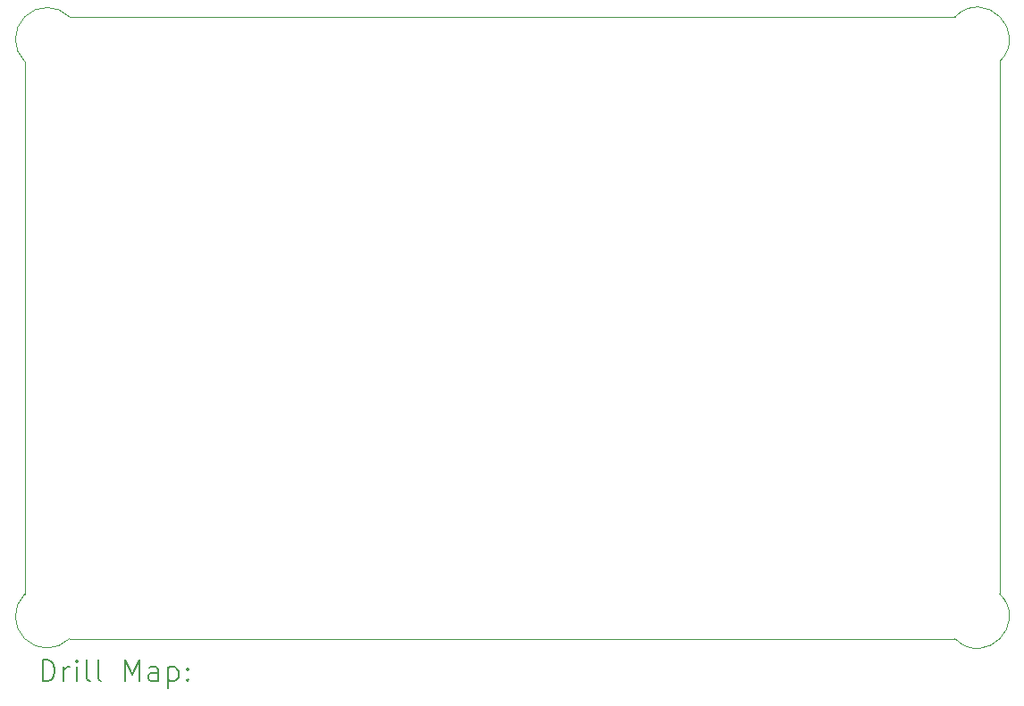
<source format=gbr>
%TF.GenerationSoftware,KiCad,Pcbnew,9.0.0*%
%TF.CreationDate,2025-04-02T18:04:12+02:00*%
%TF.ProjectId,CapyPower,43617079-506f-4776-9572-2e6b69636164,rev?*%
%TF.SameCoordinates,Original*%
%TF.FileFunction,Drillmap*%
%TF.FilePolarity,Positive*%
%FSLAX45Y45*%
G04 Gerber Fmt 4.5, Leading zero omitted, Abs format (unit mm)*
G04 Created by KiCad (PCBNEW 9.0.0) date 2025-04-02 18:04:12*
%MOMM*%
%LPD*%
G01*
G04 APERTURE LIST*
%ADD10C,0.050000*%
%ADD11C,0.200000*%
G04 APERTURE END LIST*
D10*
X6149264Y-9950000D02*
G75*
G02*
X5725000Y-9525736I-212132J212132D01*
G01*
X14965000Y-9525736D02*
G75*
G02*
X14540736Y-9950000I-212132J-212132D01*
G01*
X5725000Y-4474264D02*
G75*
G02*
X6149264Y-4050000I212132J212132D01*
G01*
X14540736Y-4050000D02*
G75*
G02*
X14965000Y-4474264I212132J-212132D01*
G01*
X5725000Y-4474264D02*
X5725000Y-9525736D01*
X14540736Y-9950000D02*
X6149264Y-9950000D01*
X14965000Y-4474264D02*
X14965000Y-9525736D01*
X14540736Y-4050000D02*
X6149264Y-4050000D01*
D11*
X5895409Y-10351852D02*
X5895409Y-10151852D01*
X5895409Y-10151852D02*
X5943028Y-10151852D01*
X5943028Y-10151852D02*
X5971599Y-10161376D01*
X5971599Y-10161376D02*
X5990647Y-10180423D01*
X5990647Y-10180423D02*
X6000171Y-10199471D01*
X6000171Y-10199471D02*
X6009694Y-10237566D01*
X6009694Y-10237566D02*
X6009694Y-10266138D01*
X6009694Y-10266138D02*
X6000171Y-10304233D01*
X6000171Y-10304233D02*
X5990647Y-10323280D01*
X5990647Y-10323280D02*
X5971599Y-10342328D01*
X5971599Y-10342328D02*
X5943028Y-10351852D01*
X5943028Y-10351852D02*
X5895409Y-10351852D01*
X6095409Y-10351852D02*
X6095409Y-10218518D01*
X6095409Y-10256614D02*
X6104933Y-10237566D01*
X6104933Y-10237566D02*
X6114456Y-10228042D01*
X6114456Y-10228042D02*
X6133504Y-10218518D01*
X6133504Y-10218518D02*
X6152552Y-10218518D01*
X6219218Y-10351852D02*
X6219218Y-10218518D01*
X6219218Y-10151852D02*
X6209694Y-10161376D01*
X6209694Y-10161376D02*
X6219218Y-10170899D01*
X6219218Y-10170899D02*
X6228742Y-10161376D01*
X6228742Y-10161376D02*
X6219218Y-10151852D01*
X6219218Y-10151852D02*
X6219218Y-10170899D01*
X6343028Y-10351852D02*
X6323980Y-10342328D01*
X6323980Y-10342328D02*
X6314456Y-10323280D01*
X6314456Y-10323280D02*
X6314456Y-10151852D01*
X6447790Y-10351852D02*
X6428742Y-10342328D01*
X6428742Y-10342328D02*
X6419218Y-10323280D01*
X6419218Y-10323280D02*
X6419218Y-10151852D01*
X6676361Y-10351852D02*
X6676361Y-10151852D01*
X6676361Y-10151852D02*
X6743028Y-10294709D01*
X6743028Y-10294709D02*
X6809694Y-10151852D01*
X6809694Y-10151852D02*
X6809694Y-10351852D01*
X6990647Y-10351852D02*
X6990647Y-10247090D01*
X6990647Y-10247090D02*
X6981123Y-10228042D01*
X6981123Y-10228042D02*
X6962075Y-10218518D01*
X6962075Y-10218518D02*
X6923980Y-10218518D01*
X6923980Y-10218518D02*
X6904933Y-10228042D01*
X6990647Y-10342328D02*
X6971599Y-10351852D01*
X6971599Y-10351852D02*
X6923980Y-10351852D01*
X6923980Y-10351852D02*
X6904933Y-10342328D01*
X6904933Y-10342328D02*
X6895409Y-10323280D01*
X6895409Y-10323280D02*
X6895409Y-10304233D01*
X6895409Y-10304233D02*
X6904933Y-10285185D01*
X6904933Y-10285185D02*
X6923980Y-10275661D01*
X6923980Y-10275661D02*
X6971599Y-10275661D01*
X6971599Y-10275661D02*
X6990647Y-10266138D01*
X7085885Y-10218518D02*
X7085885Y-10418518D01*
X7085885Y-10228042D02*
X7104933Y-10218518D01*
X7104933Y-10218518D02*
X7143028Y-10218518D01*
X7143028Y-10218518D02*
X7162075Y-10228042D01*
X7162075Y-10228042D02*
X7171599Y-10237566D01*
X7171599Y-10237566D02*
X7181123Y-10256614D01*
X7181123Y-10256614D02*
X7181123Y-10313757D01*
X7181123Y-10313757D02*
X7171599Y-10332804D01*
X7171599Y-10332804D02*
X7162075Y-10342328D01*
X7162075Y-10342328D02*
X7143028Y-10351852D01*
X7143028Y-10351852D02*
X7104933Y-10351852D01*
X7104933Y-10351852D02*
X7085885Y-10342328D01*
X7266837Y-10332804D02*
X7276361Y-10342328D01*
X7276361Y-10342328D02*
X7266837Y-10351852D01*
X7266837Y-10351852D02*
X7257314Y-10342328D01*
X7257314Y-10342328D02*
X7266837Y-10332804D01*
X7266837Y-10332804D02*
X7266837Y-10351852D01*
X7266837Y-10228042D02*
X7276361Y-10237566D01*
X7276361Y-10237566D02*
X7266837Y-10247090D01*
X7266837Y-10247090D02*
X7257314Y-10237566D01*
X7257314Y-10237566D02*
X7266837Y-10228042D01*
X7266837Y-10228042D02*
X7266837Y-10247090D01*
M02*

</source>
